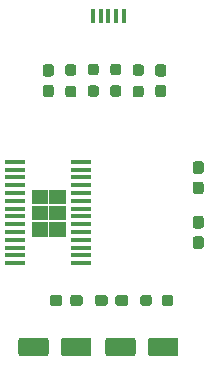
<source format=gbr>
%TF.GenerationSoftware,KiCad,Pcbnew,(5.1.12)-1*%
%TF.CreationDate,2021-12-10T16:35:34+08:00*%
%TF.ProjectId,PDIUSBD12_Module,50444955-5342-4443-9132-5f4d6f64756c,rev?*%
%TF.SameCoordinates,Original*%
%TF.FileFunction,Paste,Top*%
%TF.FilePolarity,Positive*%
%FSLAX46Y46*%
G04 Gerber Fmt 4.6, Leading zero omitted, Abs format (unit mm)*
G04 Created by KiCad (PCBNEW (5.1.12)-1) date 2021-12-10 16:35:34*
%MOMM*%
%LPD*%
G01*
G04 APERTURE LIST*
%ADD10C,0.100000*%
%ADD11R,1.701800X0.355600*%
%ADD12R,0.450000X1.300000*%
G04 APERTURE END LIST*
D10*
%TO.C,U1*%
G36*
X13562000Y19445300D02*
G01*
X13562000Y18282166D01*
X14860600Y18282166D01*
X14860600Y19445300D01*
X13562000Y19445300D01*
G37*
X13562000Y19445300D02*
X13562000Y18282166D01*
X14860600Y18282166D01*
X14860600Y19445300D01*
X13562000Y19445300D01*
G36*
X13562000Y18082167D02*
G01*
X13562000Y16919033D01*
X14860600Y16919033D01*
X14860600Y18082167D01*
X13562000Y18082167D01*
G37*
X13562000Y18082167D02*
X13562000Y16919033D01*
X14860600Y16919033D01*
X14860600Y18082167D01*
X13562000Y18082167D01*
G36*
X13562000Y16719034D02*
G01*
X13562000Y15555900D01*
X14860600Y15555900D01*
X14860600Y16719034D01*
X13562000Y16719034D01*
G37*
X13562000Y16719034D02*
X13562000Y15555900D01*
X14860600Y15555900D01*
X14860600Y16719034D01*
X13562000Y16719034D01*
G36*
X15060600Y19445300D02*
G01*
X15060600Y18282166D01*
X16359200Y18282166D01*
X16359200Y19445300D01*
X15060600Y19445300D01*
G37*
X15060600Y19445300D02*
X15060600Y18282166D01*
X16359200Y18282166D01*
X16359200Y19445300D01*
X15060600Y19445300D01*
G36*
X15060600Y18082167D02*
G01*
X15060600Y16919033D01*
X16359200Y16919033D01*
X16359200Y18082167D01*
X15060600Y18082167D01*
G37*
X15060600Y18082167D02*
X15060600Y16919033D01*
X16359200Y16919033D01*
X16359200Y18082167D01*
X15060600Y18082167D01*
G36*
X15060600Y16719034D02*
G01*
X15060600Y15555900D01*
X16359200Y15555900D01*
X16359200Y16719034D01*
X15060600Y16719034D01*
G37*
X15060600Y16719034D02*
X15060600Y15555900D01*
X16359200Y15555900D01*
X16359200Y16719034D01*
X15060600Y16719034D01*
%TD*%
D11*
%TO.C,U1*%
X17767300Y21793200D03*
X17767300Y21132800D03*
X17767300Y20472400D03*
X17767300Y19812000D03*
X17767300Y19151600D03*
X17767300Y18491200D03*
X17767300Y17830800D03*
X17767300Y17170400D03*
X17767300Y16510000D03*
X17767300Y15849600D03*
X17767300Y15189200D03*
X17767300Y14528800D03*
X17767300Y13868400D03*
X17767300Y13208000D03*
X12153900Y13208000D03*
X12153900Y13868400D03*
X12153900Y14528800D03*
X12153900Y15189200D03*
X12153900Y15849600D03*
X12153900Y16510000D03*
X12153900Y17170400D03*
X12153900Y17830800D03*
X12153900Y18491200D03*
X12153900Y19151600D03*
X12153900Y19812000D03*
X12153900Y20472400D03*
X12153900Y21132800D03*
X12153900Y21793200D03*
%TD*%
%TO.C,C6*%
G36*
G01*
X15016000Y6671400D02*
X15016000Y5571400D01*
G75*
G02*
X14766000Y5321400I-250000J0D01*
G01*
X12666000Y5321400D01*
G75*
G02*
X12416000Y5571400I0J250000D01*
G01*
X12416000Y6671400D01*
G75*
G02*
X12666000Y6921400I250000J0D01*
G01*
X14766000Y6921400D01*
G75*
G02*
X15016000Y6671400I0J-250000D01*
G01*
G37*
G36*
G01*
X18616000Y6671400D02*
X18616000Y5571400D01*
G75*
G02*
X18366000Y5321400I-250000J0D01*
G01*
X16266000Y5321400D01*
G75*
G02*
X16016000Y5571400I0J250000D01*
G01*
X16016000Y6671400D01*
G75*
G02*
X16266000Y6921400I250000J0D01*
G01*
X18366000Y6921400D01*
G75*
G02*
X18616000Y6671400I0J-250000D01*
G01*
G37*
%TD*%
%TO.C,R5*%
G36*
G01*
X18533100Y28275100D02*
X19008100Y28275100D01*
G75*
G02*
X19245600Y28037600I0J-237500D01*
G01*
X19245600Y27537600D01*
G75*
G02*
X19008100Y27300100I-237500J0D01*
G01*
X18533100Y27300100D01*
G75*
G02*
X18295600Y27537600I0J237500D01*
G01*
X18295600Y28037600D01*
G75*
G02*
X18533100Y28275100I237500J0D01*
G01*
G37*
G36*
G01*
X18533100Y30100100D02*
X19008100Y30100100D01*
G75*
G02*
X19245600Y29862600I0J-237500D01*
G01*
X19245600Y29362600D01*
G75*
G02*
X19008100Y29125100I-237500J0D01*
G01*
X18533100Y29125100D01*
G75*
G02*
X18295600Y29362600I0J237500D01*
G01*
X18295600Y29862600D01*
G75*
G02*
X18533100Y30100100I237500J0D01*
G01*
G37*
%TD*%
%TO.C,R4*%
G36*
G01*
X20438100Y28275100D02*
X20913100Y28275100D01*
G75*
G02*
X21150600Y28037600I0J-237500D01*
G01*
X21150600Y27537600D01*
G75*
G02*
X20913100Y27300100I-237500J0D01*
G01*
X20438100Y27300100D01*
G75*
G02*
X20200600Y27537600I0J237500D01*
G01*
X20200600Y28037600D01*
G75*
G02*
X20438100Y28275100I237500J0D01*
G01*
G37*
G36*
G01*
X20438100Y30100100D02*
X20913100Y30100100D01*
G75*
G02*
X21150600Y29862600I0J-237500D01*
G01*
X21150600Y29362600D01*
G75*
G02*
X20913100Y29125100I-237500J0D01*
G01*
X20438100Y29125100D01*
G75*
G02*
X20200600Y29362600I0J237500D01*
G01*
X20200600Y29862600D01*
G75*
G02*
X20438100Y30100100I237500J0D01*
G01*
G37*
%TD*%
%TO.C,R3*%
G36*
G01*
X25553500Y10295900D02*
X25553500Y9820900D01*
G75*
G02*
X25316000Y9583400I-237500J0D01*
G01*
X24816000Y9583400D01*
G75*
G02*
X24578500Y9820900I0J237500D01*
G01*
X24578500Y10295900D01*
G75*
G02*
X24816000Y10533400I237500J0D01*
G01*
X25316000Y10533400D01*
G75*
G02*
X25553500Y10295900I0J-237500D01*
G01*
G37*
G36*
G01*
X23728500Y10295900D02*
X23728500Y9820900D01*
G75*
G02*
X23491000Y9583400I-237500J0D01*
G01*
X22991000Y9583400D01*
G75*
G02*
X22753500Y9820900I0J237500D01*
G01*
X22753500Y10295900D01*
G75*
G02*
X22991000Y10533400I237500J0D01*
G01*
X23491000Y10533400D01*
G75*
G02*
X23728500Y10295900I0J-237500D01*
G01*
G37*
%TD*%
%TO.C,R2*%
G36*
G01*
X22818100Y29078100D02*
X22343100Y29078100D01*
G75*
G02*
X22105600Y29315600I0J237500D01*
G01*
X22105600Y29815600D01*
G75*
G02*
X22343100Y30053100I237500J0D01*
G01*
X22818100Y30053100D01*
G75*
G02*
X23055600Y29815600I0J-237500D01*
G01*
X23055600Y29315600D01*
G75*
G02*
X22818100Y29078100I-237500J0D01*
G01*
G37*
G36*
G01*
X22818100Y27253100D02*
X22343100Y27253100D01*
G75*
G02*
X22105600Y27490600I0J237500D01*
G01*
X22105600Y27990600D01*
G75*
G02*
X22343100Y28228100I237500J0D01*
G01*
X22818100Y28228100D01*
G75*
G02*
X23055600Y27990600I0J-237500D01*
G01*
X23055600Y27490600D01*
G75*
G02*
X22818100Y27253100I-237500J0D01*
G01*
G37*
%TD*%
%TO.C,R1*%
G36*
G01*
X16628100Y28228100D02*
X17103100Y28228100D01*
G75*
G02*
X17340600Y27990600I0J-237500D01*
G01*
X17340600Y27490600D01*
G75*
G02*
X17103100Y27253100I-237500J0D01*
G01*
X16628100Y27253100D01*
G75*
G02*
X16390600Y27490600I0J237500D01*
G01*
X16390600Y27990600D01*
G75*
G02*
X16628100Y28228100I237500J0D01*
G01*
G37*
G36*
G01*
X16628100Y30053100D02*
X17103100Y30053100D01*
G75*
G02*
X17340600Y29815600I0J-237500D01*
G01*
X17340600Y29315600D01*
G75*
G02*
X17103100Y29078100I-237500J0D01*
G01*
X16628100Y29078100D01*
G75*
G02*
X16390600Y29315600I0J237500D01*
G01*
X16390600Y29815600D01*
G75*
G02*
X16628100Y30053100I237500J0D01*
G01*
G37*
%TD*%
D12*
%TO.C,J3*%
X18740600Y34142600D03*
X19390600Y34142600D03*
X20040600Y34142600D03*
X20690600Y34142600D03*
X21340600Y34142600D03*
%TD*%
%TO.C,D2*%
G36*
G01*
X24248100Y28312600D02*
X24723100Y28312600D01*
G75*
G02*
X24960600Y28075100I0J-237500D01*
G01*
X24960600Y27500100D01*
G75*
G02*
X24723100Y27262600I-237500J0D01*
G01*
X24248100Y27262600D01*
G75*
G02*
X24010600Y27500100I0J237500D01*
G01*
X24010600Y28075100D01*
G75*
G02*
X24248100Y28312600I237500J0D01*
G01*
G37*
G36*
G01*
X24248100Y30062600D02*
X24723100Y30062600D01*
G75*
G02*
X24960600Y29825100I0J-237500D01*
G01*
X24960600Y29250100D01*
G75*
G02*
X24723100Y29012600I-237500J0D01*
G01*
X24248100Y29012600D01*
G75*
G02*
X24010600Y29250100I0J237500D01*
G01*
X24010600Y29825100D01*
G75*
G02*
X24248100Y30062600I237500J0D01*
G01*
G37*
%TD*%
%TO.C,D1*%
G36*
G01*
X15198100Y29012600D02*
X14723100Y29012600D01*
G75*
G02*
X14485600Y29250100I0J237500D01*
G01*
X14485600Y29825100D01*
G75*
G02*
X14723100Y30062600I237500J0D01*
G01*
X15198100Y30062600D01*
G75*
G02*
X15435600Y29825100I0J-237500D01*
G01*
X15435600Y29250100D01*
G75*
G02*
X15198100Y29012600I-237500J0D01*
G01*
G37*
G36*
G01*
X15198100Y27262600D02*
X14723100Y27262600D01*
G75*
G02*
X14485600Y27500100I0J237500D01*
G01*
X14485600Y28075100D01*
G75*
G02*
X14723100Y28312600I237500J0D01*
G01*
X15198100Y28312600D01*
G75*
G02*
X15435600Y28075100I0J-237500D01*
G01*
X15435600Y27500100D01*
G75*
G02*
X15198100Y27262600I-237500J0D01*
G01*
G37*
%TD*%
%TO.C,C5*%
G36*
G01*
X22382000Y6671400D02*
X22382000Y5571400D01*
G75*
G02*
X22132000Y5321400I-250000J0D01*
G01*
X20032000Y5321400D01*
G75*
G02*
X19782000Y5571400I0J250000D01*
G01*
X19782000Y6671400D01*
G75*
G02*
X20032000Y6921400I250000J0D01*
G01*
X22132000Y6921400D01*
G75*
G02*
X22382000Y6671400I0J-250000D01*
G01*
G37*
G36*
G01*
X25982000Y6671400D02*
X25982000Y5571400D01*
G75*
G02*
X25732000Y5321400I-250000J0D01*
G01*
X23632000Y5321400D01*
G75*
G02*
X23382000Y5571400I0J250000D01*
G01*
X23382000Y6671400D01*
G75*
G02*
X23632000Y6921400I250000J0D01*
G01*
X25732000Y6921400D01*
G75*
G02*
X25982000Y6671400I0J-250000D01*
G01*
G37*
%TD*%
%TO.C,C4*%
G36*
G01*
X15083500Y9820900D02*
X15083500Y10295900D01*
G75*
G02*
X15321000Y10533400I237500J0D01*
G01*
X15921000Y10533400D01*
G75*
G02*
X16158500Y10295900I0J-237500D01*
G01*
X16158500Y9820900D01*
G75*
G02*
X15921000Y9583400I-237500J0D01*
G01*
X15321000Y9583400D01*
G75*
G02*
X15083500Y9820900I0J237500D01*
G01*
G37*
G36*
G01*
X16808500Y9820900D02*
X16808500Y10295900D01*
G75*
G02*
X17046000Y10533400I237500J0D01*
G01*
X17646000Y10533400D01*
G75*
G02*
X17883500Y10295900I0J-237500D01*
G01*
X17883500Y9820900D01*
G75*
G02*
X17646000Y9583400I-237500J0D01*
G01*
X17046000Y9583400D01*
G75*
G02*
X16808500Y9820900I0J237500D01*
G01*
G37*
%TD*%
%TO.C,C3*%
G36*
G01*
X27423100Y15498100D02*
X27898100Y15498100D01*
G75*
G02*
X28135600Y15260600I0J-237500D01*
G01*
X28135600Y14660600D01*
G75*
G02*
X27898100Y14423100I-237500J0D01*
G01*
X27423100Y14423100D01*
G75*
G02*
X27185600Y14660600I0J237500D01*
G01*
X27185600Y15260600D01*
G75*
G02*
X27423100Y15498100I237500J0D01*
G01*
G37*
G36*
G01*
X27423100Y17223100D02*
X27898100Y17223100D01*
G75*
G02*
X28135600Y16985600I0J-237500D01*
G01*
X28135600Y16385600D01*
G75*
G02*
X27898100Y16148100I-237500J0D01*
G01*
X27423100Y16148100D01*
G75*
G02*
X27185600Y16385600I0J237500D01*
G01*
X27185600Y16985600D01*
G75*
G02*
X27423100Y17223100I237500J0D01*
G01*
G37*
%TD*%
%TO.C,C2*%
G36*
G01*
X27898100Y20773100D02*
X27423100Y20773100D01*
G75*
G02*
X27185600Y21010600I0J237500D01*
G01*
X27185600Y21610600D01*
G75*
G02*
X27423100Y21848100I237500J0D01*
G01*
X27898100Y21848100D01*
G75*
G02*
X28135600Y21610600I0J-237500D01*
G01*
X28135600Y21010600D01*
G75*
G02*
X27898100Y20773100I-237500J0D01*
G01*
G37*
G36*
G01*
X27898100Y19048100D02*
X27423100Y19048100D01*
G75*
G02*
X27185600Y19285600I0J237500D01*
G01*
X27185600Y19885600D01*
G75*
G02*
X27423100Y20123100I237500J0D01*
G01*
X27898100Y20123100D01*
G75*
G02*
X28135600Y19885600I0J-237500D01*
G01*
X28135600Y19285600D01*
G75*
G02*
X27898100Y19048100I-237500J0D01*
G01*
G37*
%TD*%
%TO.C,C1*%
G36*
G01*
X18920000Y9820900D02*
X18920000Y10295900D01*
G75*
G02*
X19157500Y10533400I237500J0D01*
G01*
X19757500Y10533400D01*
G75*
G02*
X19995000Y10295900I0J-237500D01*
G01*
X19995000Y9820900D01*
G75*
G02*
X19757500Y9583400I-237500J0D01*
G01*
X19157500Y9583400D01*
G75*
G02*
X18920000Y9820900I0J237500D01*
G01*
G37*
G36*
G01*
X20645000Y9820900D02*
X20645000Y10295900D01*
G75*
G02*
X20882500Y10533400I237500J0D01*
G01*
X21482500Y10533400D01*
G75*
G02*
X21720000Y10295900I0J-237500D01*
G01*
X21720000Y9820900D01*
G75*
G02*
X21482500Y9583400I-237500J0D01*
G01*
X20882500Y9583400D01*
G75*
G02*
X20645000Y9820900I0J237500D01*
G01*
G37*
%TD*%
M02*

</source>
